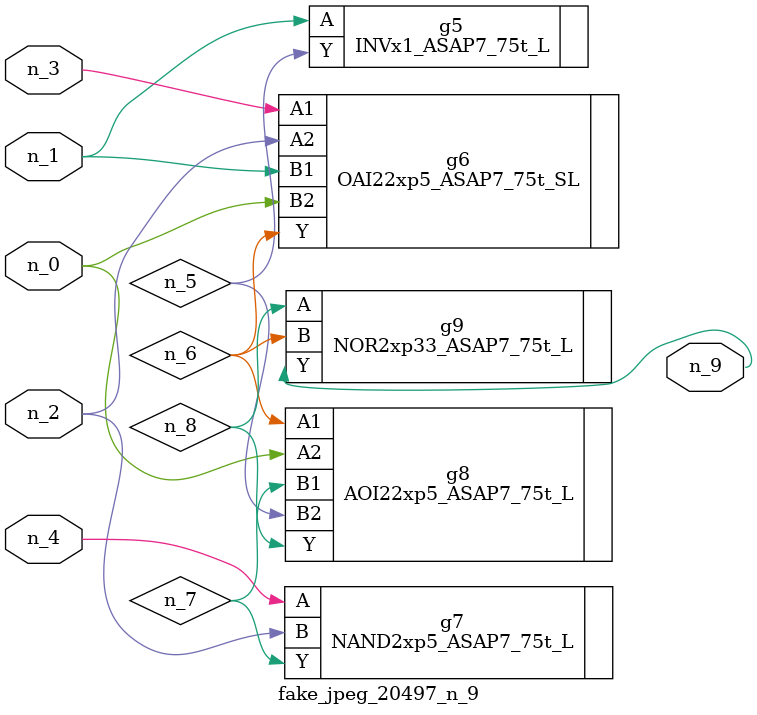
<source format=v>
module fake_jpeg_20497_n_9 (n_3, n_2, n_1, n_0, n_4, n_9);

input n_3;
input n_2;
input n_1;
input n_0;
input n_4;

output n_9;

wire n_8;
wire n_6;
wire n_5;
wire n_7;

INVx1_ASAP7_75t_L g5 ( 
.A(n_1),
.Y(n_5)
);

OAI22xp5_ASAP7_75t_SL g6 ( 
.A1(n_3),
.A2(n_2),
.B1(n_1),
.B2(n_0),
.Y(n_6)
);

NAND2xp5_ASAP7_75t_L g7 ( 
.A(n_4),
.B(n_2),
.Y(n_7)
);

AOI22xp5_ASAP7_75t_L g8 ( 
.A1(n_6),
.A2(n_0),
.B1(n_7),
.B2(n_5),
.Y(n_8)
);

NOR2xp33_ASAP7_75t_L g9 ( 
.A(n_8),
.B(n_6),
.Y(n_9)
);


endmodule
</source>
